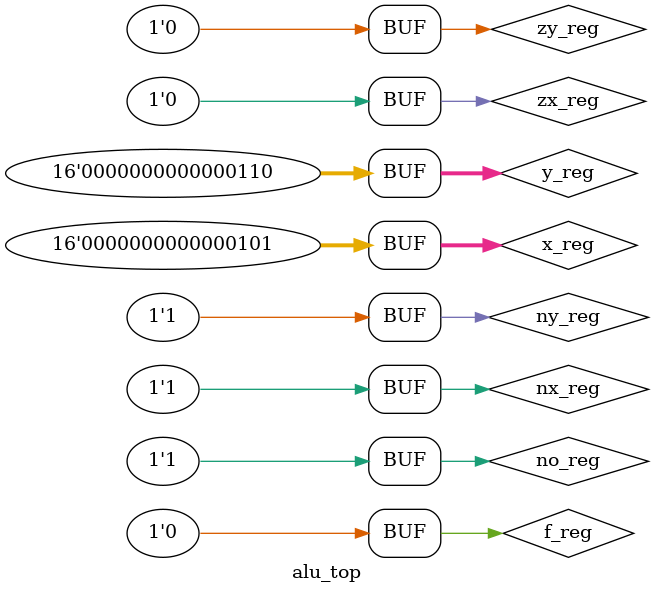
<source format=sv>
module alu_top;

    reg signed [15:0]x_reg,y_reg;
    reg zx_reg, nx_reg, zy_reg, ny_reg, f_reg, no_reg;

    wire signed [15:0]out_w;
    wire zr_w, ng_w;

    alu inst1 (.x(x_reg),.y(y_reg),.zx(zx_reg),.nx(nx_reg),.zy(zy_reg),.ny(ny_reg),.f(f_reg),.no(no_reg),.out(out_w),.zr(zr_w),.ng(ng_w));

    initial begin
        x_reg <= 16'd5;  // 0  // 1 0 1 0 1 0
        y_reg <= 16'd6;
      
      
        zx_reg <= 1;
        nx_reg <= 0;
        zy_reg <= 1;
        ny_reg <= 0;
        f_reg <= 1;
        no_reg <= 0;
        #10;    
        
        //x_reg <= 0;  // 1 // 1 1 1 1 1 1
        //y_reg <= 0;
        zx_reg <= 1;
        nx_reg <= 1;
        zy_reg <= 1;
        ny_reg <= 1;
        f_reg <= 1;
        no_reg <= 1;
        #10; 

        //x_reg <= 0;  // -1 // 1 1 1 0 1 0
        //y_reg <= 0;
        zx_reg <= 1;
        nx_reg <= 1;
        zy_reg <= 1;
        ny_reg <= 0;
        f_reg <= 1;
        no_reg <= 0;
        #10;    
        
        //x_reg <= 0;  // x // 0 0 1 1 0 0
        //y_reg <= 0;
        zx_reg <= 0;
        nx_reg <= 0;
        zy_reg <= 1;
        ny_reg <= 1;
        f_reg <= 0;
        no_reg <= 0;
        #10; 

        //x_reg <= 0;  // y  // 1 1 0 0 0 0
        //y_reg <= 0;
        zx_reg <= 1;
        nx_reg <= 1;
        zy_reg <= 0;
        ny_reg <= 0;
        f_reg <= 0;
        no_reg <= 0;
        #10;    
        
        //x_reg <= 0;  // !x // 0 0 1 1 0 1
        //y_reg <= 0;
        zx_reg <= 0;
        nx_reg <= 0;
        zy_reg <= 1;
        ny_reg <= 1;
        f_reg <= 0;
        no_reg <= 1;
        #10; 

        //x_reg <= 0;  // !y // 1 1 0 0 0 1
        //y_reg <= 0;
        zx_reg <= 1;
        nx_reg <= 1;
        zy_reg <= 0;
        ny_reg <= 0;
        f_reg <= 0;
        no_reg <= 1;
        #10;    
        
        //x_reg <= 0;  // -x // 0 0 1 1 1 1
        //y_reg <= 0;
        zx_reg <= 0;
        nx_reg <= 0;
        zy_reg <= 1;
        ny_reg <= 1;
        f_reg <= 1;
        no_reg <= 1;
        #10; 
        
        //x_reg <= 0;  // -y // 1 1 0 0 1 1
        //y_reg <= 0;
        zx_reg <= 1;
        nx_reg <= 1;
        zy_reg <= 0;
        ny_reg <= 0;
        f_reg <= 1;
        no_reg <= 1;
        #10;    
        
        //x_reg <= 0;  // x+1 // 0 1 1 1 1 1
        //y_reg <= 0;
        zx_reg <= 0;
        nx_reg <= 1;
        zy_reg <= 1;
        ny_reg <= 1;
        f_reg <= 1;
        no_reg <= 1;
        #10; 

        //x_reg <= 0;  // y+1 // 1 1 0 1 1 1
        //y_reg <= 0;
        zx_reg <= 1;
        nx_reg <= 1;
        zy_reg <= 0;
        ny_reg <= 1;
        f_reg <= 1;
        no_reg <= 1;
        #10;    
        
        //x_reg <= 0;  // x-1 // 0 0 1 1 1 0
        //y_reg <= 0;
        zx_reg <= 0;
        nx_reg <= 0;
        zy_reg <= 1;
        ny_reg <= 1;
        f_reg <= 1;
        no_reg <= 0;
        #10; 

        //x_reg <= 0;  // y-1 // 1 1 0 0 1 0
        //y_reg <= 0;
        zx_reg <= 1;
        nx_reg <= 1;
        zy_reg <= 0;
        ny_reg <= 0;
        f_reg <= 1;
        no_reg <= 0;
        #10;    
        
        //x_reg <= 0;  // x+y // 0 0 0 0 1 0
        //y_reg <= 0;
        zx_reg <= 0;
        nx_reg <= 0;
        zy_reg <= 0;
        ny_reg <= 0;
        f_reg <= 1;
        no_reg <= 0;
        #10; 

        //x_reg <= 0;  // x-y // 0 1 0 0 1 1
        //y_reg <= 0;
        zx_reg <= 0;
        nx_reg <= 1;
        zy_reg <= 0;
        ny_reg <= 0;
        f_reg <= 1;
        no_reg <= 1;
        #10;    
        
        //x_reg <= 0;  // y-x // 0 0 0 1 1 1
        //y_reg <= 0;
        zx_reg <= 0;
        nx_reg <= 0;
        zy_reg <= 0;
        ny_reg <= 1;
        f_reg <= 1;
        no_reg <= 1;
        #10; 
      
        //x_reg <= 0;  // x and y // 0 0 0 0 0 0
        //y_reg <= 0;
        zx_reg <= 0;
        nx_reg <= 0;
        zy_reg <= 0;
        ny_reg <= 0;
        f_reg <= 0;
        no_reg <= 0;
        #10;    
        
        //x_reg <= 0;  // x or y // 0 1 0 1 0 1
        //y_reg <= 0;
        zx_reg <= 0;
        nx_reg <= 1;
        zy_reg <= 0;
        ny_reg <= 1;
        f_reg <= 0;
        no_reg <= 1;
        #10; 
    end
    
    initial begin
        $monitor("t=%3d x=%d y=%d out=%d \n",$time,x_reg,y_reg,out_w);
    
    end


endmodule

</source>
